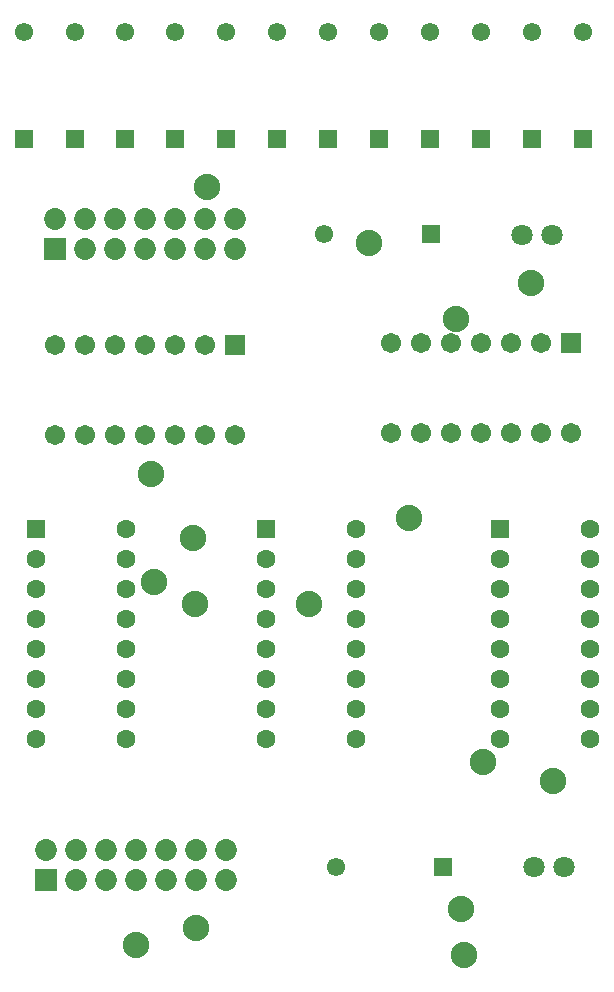
<source format=gbr>
%TF.GenerationSoftware,Altium Limited,Altium Designer,22.9.1 (49)*%
G04 Layer_Color=8388736*
%FSLAX26Y26*%
%MOIN*%
%TF.SameCoordinates,9A4C5482-B669-49D6-A5E7-2A43E7F29E9E*%
%TF.FilePolarity,Negative*%
%TF.FileFunction,Soldermask,Top*%
%TF.Part,Single*%
G01*
G75*
%TA.AperFunction,ComponentPad*%
%ADD23R,0.061150X0.061150*%
%ADD24C,0.061150*%
%ADD25C,0.063118*%
%ADD26R,0.063118X0.063118*%
%ADD27C,0.067055*%
%ADD28R,0.067055X0.067055*%
%ADD29C,0.070992*%
%ADD30R,0.061150X0.061150*%
%ADD31C,0.072961*%
%ADD32R,0.072961X0.072961*%
%TA.AperFunction,ViaPad*%
%ADD33C,0.088000*%
D23*
X3075000Y4342834D02*
D03*
X2905000D02*
D03*
X2735000D02*
D03*
X2565000D02*
D03*
X2395000D02*
D03*
X2225000D02*
D03*
X2055000D02*
D03*
X1885000D02*
D03*
X1715000D02*
D03*
X1546592D02*
D03*
X1380740D02*
D03*
X1210808D02*
D03*
D24*
X3075000Y4697166D02*
D03*
X2905000D02*
D03*
X2735000D02*
D03*
X2565000D02*
D03*
X2395000D02*
D03*
X2225000D02*
D03*
X2055000D02*
D03*
X1885000D02*
D03*
X1715000D02*
D03*
X1546592D02*
D03*
X1380740D02*
D03*
X1210808D02*
D03*
X2252834Y1915000D02*
D03*
X2212834Y4025000D02*
D03*
D25*
X1550000Y2340000D02*
D03*
Y2440000D02*
D03*
Y2540000D02*
D03*
Y2640000D02*
D03*
Y2740000D02*
D03*
Y2840000D02*
D03*
Y2940000D02*
D03*
Y3040000D02*
D03*
X1250000Y2340000D02*
D03*
Y2440000D02*
D03*
Y2540000D02*
D03*
Y2640000D02*
D03*
Y2740000D02*
D03*
Y2840000D02*
D03*
Y2940000D02*
D03*
X2318202Y2340000D02*
D03*
Y2440000D02*
D03*
Y2540000D02*
D03*
Y2640000D02*
D03*
Y2740000D02*
D03*
Y2840000D02*
D03*
Y2940000D02*
D03*
Y3040000D02*
D03*
X2018202Y2340000D02*
D03*
Y2440000D02*
D03*
Y2540000D02*
D03*
Y2640000D02*
D03*
Y2740000D02*
D03*
Y2840000D02*
D03*
Y2940000D02*
D03*
X3098662Y2340000D02*
D03*
Y2440000D02*
D03*
Y2540000D02*
D03*
Y2640000D02*
D03*
Y2740000D02*
D03*
Y2840000D02*
D03*
Y2940000D02*
D03*
Y3040000D02*
D03*
X2798662Y2340000D02*
D03*
Y2440000D02*
D03*
Y2540000D02*
D03*
Y2640000D02*
D03*
Y2740000D02*
D03*
Y2840000D02*
D03*
Y2940000D02*
D03*
D26*
X1250000Y3040000D02*
D03*
X2018202D02*
D03*
X2798662D02*
D03*
D27*
X2435000Y3360000D02*
D03*
X2535000D02*
D03*
X2635000D02*
D03*
X2735000D02*
D03*
X2835000D02*
D03*
X2935000D02*
D03*
X3035000D02*
D03*
X2435000Y3660000D02*
D03*
X2535000D02*
D03*
X2635000D02*
D03*
X2735000D02*
D03*
X2835000D02*
D03*
X2935000D02*
D03*
X1315000Y3355000D02*
D03*
X1415000D02*
D03*
X1515000D02*
D03*
X1615000D02*
D03*
X1715000D02*
D03*
X1815000D02*
D03*
X1915000D02*
D03*
X1315000Y3655000D02*
D03*
X1415000D02*
D03*
X1515000D02*
D03*
X1615000D02*
D03*
X1715000D02*
D03*
X1815000D02*
D03*
D28*
X3035000Y3660000D02*
D03*
X1915000Y3655000D02*
D03*
D29*
X3010000Y1915000D02*
D03*
X2910000D02*
D03*
X2970000Y4020000D02*
D03*
X2870000D02*
D03*
D30*
X2607166Y1915000D02*
D03*
X2567166Y4025000D02*
D03*
D31*
X1615000Y4075000D02*
D03*
Y3975000D02*
D03*
X1515000Y4075000D02*
D03*
Y3975000D02*
D03*
X1315000Y4075000D02*
D03*
X1415000Y3975000D02*
D03*
Y4075000D02*
D03*
X1715000Y3975000D02*
D03*
Y4075000D02*
D03*
X1815000Y3975000D02*
D03*
X1915000D02*
D03*
X1815000Y4075000D02*
D03*
X1915000D02*
D03*
X1585000Y1970000D02*
D03*
Y1870000D02*
D03*
X1485000Y1970000D02*
D03*
Y1870000D02*
D03*
X1285000Y1970000D02*
D03*
X1385000Y1870000D02*
D03*
Y1970000D02*
D03*
X1685000Y1870000D02*
D03*
Y1970000D02*
D03*
X1785000Y1870000D02*
D03*
X1885000D02*
D03*
X1785000Y1970000D02*
D03*
X1885000D02*
D03*
D32*
X1315000Y3975000D02*
D03*
X1285000Y1870000D02*
D03*
D33*
X2975000Y2200000D02*
D03*
X2743000Y2265000D02*
D03*
X2363000Y3994000D02*
D03*
X1781000Y2790000D02*
D03*
X2900000Y3860000D02*
D03*
X2162000Y2790000D02*
D03*
X1645502Y2866502D02*
D03*
X2668000Y1775000D02*
D03*
X1785000Y1710000D02*
D03*
X2679000Y1621000D02*
D03*
X2495000Y3077000D02*
D03*
X1775000Y3012000D02*
D03*
X1634000Y3226000D02*
D03*
X2650000Y3740000D02*
D03*
X1823000Y4183000D02*
D03*
X1585000Y1656000D02*
D03*
%TF.MD5,6840c15cbe097ebc9ce846ee4a1ab3a7*%
M02*

</source>
